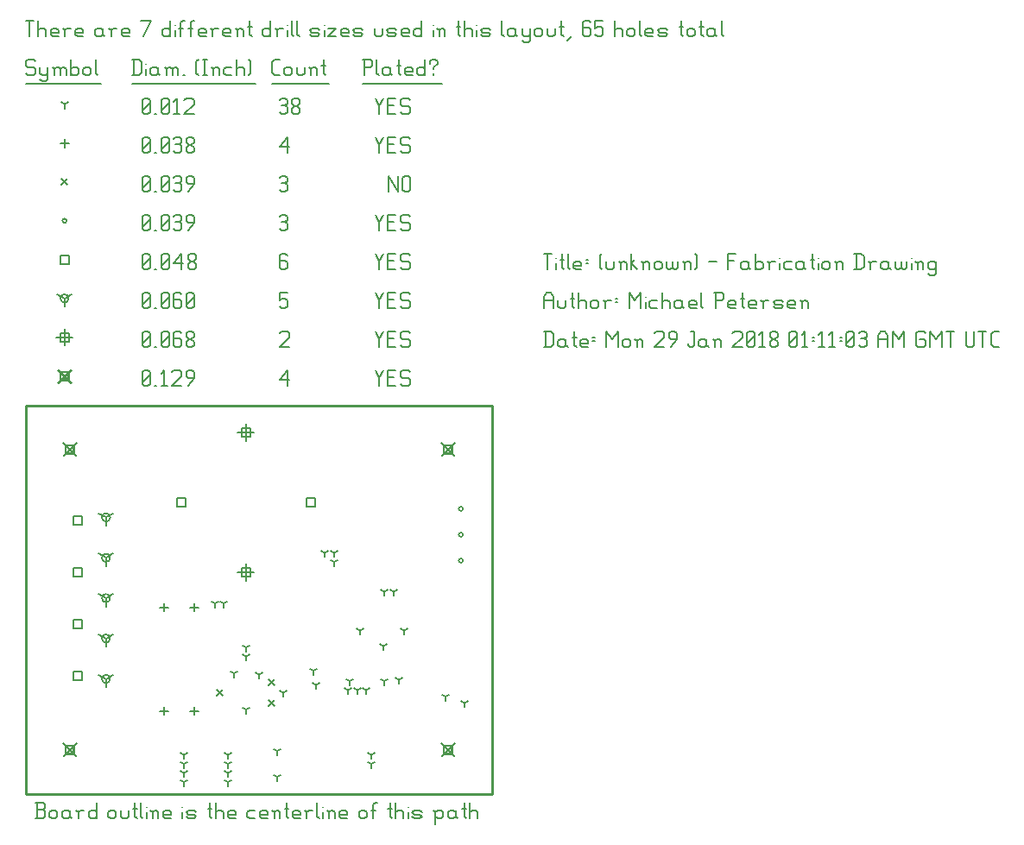
<source format=gbr>
G04 start of page 13 for group -3984 idx -3984 *
G04 Title: (unknown), fab *
G04 Creator: pcb 20140316 *
G04 CreationDate: Mon 29 Jan 2018 01:11:03 AM GMT UTC *
G04 For: railfan *
G04 Format: Gerber/RS-274X *
G04 PCB-Dimensions (mil): 1800.00 1500.00 *
G04 PCB-Coordinate-Origin: lower left *
%MOIN*%
%FSLAX25Y25*%
%LNFAB*%
%ADD99C,0.0100*%
%ADD98C,0.0075*%
%ADD97C,0.0060*%
%ADD96R,0.0080X0.0080*%
%ADD95C,0.0001*%
G54D95*G36*
X160600Y135966D02*X165966Y130600D01*
X165400Y130034D01*
X160034Y135400D01*
X160600Y135966D01*
G37*
G36*
X160034Y130600D02*X165400Y135966D01*
X165966Y135400D01*
X160600Y130034D01*
X160034Y130600D01*
G37*
G54D96*X161400Y134600D02*X164600D01*
X161400D02*Y131400D01*
X164600D01*
Y134600D02*Y131400D01*
G54D95*G36*
X14600Y19966D02*X19966Y14600D01*
X19400Y14034D01*
X14034Y19400D01*
X14600Y19966D01*
G37*
G36*
X14034Y14600D02*X19400Y19966D01*
X19966Y19400D01*
X14600Y14034D01*
X14034Y14600D01*
G37*
G54D96*X15400Y18600D02*X18600D01*
X15400D02*Y15400D01*
X18600D01*
Y18600D02*Y15400D01*
G54D95*G36*
X14600Y135966D02*X19966Y130600D01*
X19400Y130034D01*
X14034Y135400D01*
X14600Y135966D01*
G37*
G36*
X14034Y130600D02*X19400Y135966D01*
X19966Y135400D01*
X14600Y130034D01*
X14034Y130600D01*
G37*
G54D96*X15400Y134600D02*X18600D01*
X15400D02*Y131400D01*
X18600D01*
Y134600D02*Y131400D01*
G54D95*G36*
X160600Y19966D02*X165966Y14600D01*
X165400Y14034D01*
X160034Y19400D01*
X160600Y19966D01*
G37*
G36*
X160034Y14600D02*X165400Y19966D01*
X165966Y19400D01*
X160600Y14034D01*
X160034Y14600D01*
G37*
G54D96*X161400Y18600D02*X164600D01*
X161400D02*Y15400D01*
X164600D01*
Y18600D02*Y15400D01*
G54D95*G36*
X12600Y164216D02*X17966Y158850D01*
X17400Y158284D01*
X12034Y163650D01*
X12600Y164216D01*
G37*
G36*
X12034Y158850D02*X17400Y164216D01*
X17966Y163650D01*
X12600Y158284D01*
X12034Y158850D01*
G37*
G54D96*X13400Y162850D02*X16600D01*
X13400D02*Y159650D01*
X16600D01*
Y162850D02*Y159650D01*
G54D97*X135000Y163500D02*X136500Y160500D01*
X138000Y163500D01*
X136500Y160500D02*Y157500D01*
X139800Y160800D02*X142050D01*
X139800Y157500D02*X142800D01*
X139800Y163500D02*Y157500D01*
Y163500D02*X142800D01*
X147600D02*X148350Y162750D01*
X145350Y163500D02*X147600D01*
X144600Y162750D02*X145350Y163500D01*
X144600Y162750D02*Y161250D01*
X145350Y160500D01*
X147600D01*
X148350Y159750D01*
Y158250D01*
X147600Y157500D02*X148350Y158250D01*
X145350Y157500D02*X147600D01*
X144600Y158250D02*X145350Y157500D01*
X98000Y159750D02*X101000Y163500D01*
X98000Y159750D02*X101750D01*
X101000Y163500D02*Y157500D01*
X45000Y158250D02*X45750Y157500D01*
X45000Y162750D02*Y158250D01*
Y162750D02*X45750Y163500D01*
X47250D01*
X48000Y162750D01*
Y158250D01*
X47250Y157500D02*X48000Y158250D01*
X45750Y157500D02*X47250D01*
X45000Y159000D02*X48000Y162000D01*
X49800Y157500D02*X50550D01*
X52350Y162300D02*X53550Y163500D01*
Y157500D01*
X52350D02*X54600D01*
X56400Y162750D02*X57150Y163500D01*
X59400D01*
X60150Y162750D01*
Y161250D01*
X56400Y157500D02*X60150Y161250D01*
X56400Y157500D02*X60150D01*
X62700D02*X64950Y160500D01*
Y162750D02*Y160500D01*
X64200Y163500D02*X64950Y162750D01*
X62700Y163500D02*X64200D01*
X61950Y162750D02*X62700Y163500D01*
X61950Y162750D02*Y161250D01*
X62700Y160500D01*
X64950D01*
X85000Y88700D02*Y82300D01*
X81800Y85500D02*X88200D01*
X83400Y87100D02*X86600D01*
X83400D02*Y83900D01*
X86600D01*
Y87100D02*Y83900D01*
X85000Y142700D02*Y136300D01*
X81800Y139500D02*X88200D01*
X83400Y141100D02*X86600D01*
X83400D02*Y137900D01*
X86600D01*
Y141100D02*Y137900D01*
X15000Y179450D02*Y173050D01*
X11800Y176250D02*X18200D01*
X13400Y177850D02*X16600D01*
X13400D02*Y174650D01*
X16600D01*
Y177850D02*Y174650D01*
X135000Y178500D02*X136500Y175500D01*
X138000Y178500D01*
X136500Y175500D02*Y172500D01*
X139800Y175800D02*X142050D01*
X139800Y172500D02*X142800D01*
X139800Y178500D02*Y172500D01*
Y178500D02*X142800D01*
X147600D02*X148350Y177750D01*
X145350Y178500D02*X147600D01*
X144600Y177750D02*X145350Y178500D01*
X144600Y177750D02*Y176250D01*
X145350Y175500D01*
X147600D01*
X148350Y174750D01*
Y173250D01*
X147600Y172500D02*X148350Y173250D01*
X145350Y172500D02*X147600D01*
X144600Y173250D02*X145350Y172500D01*
X98000Y177750D02*X98750Y178500D01*
X101000D01*
X101750Y177750D01*
Y176250D01*
X98000Y172500D02*X101750Y176250D01*
X98000Y172500D02*X101750D01*
X45000Y173250D02*X45750Y172500D01*
X45000Y177750D02*Y173250D01*
Y177750D02*X45750Y178500D01*
X47250D01*
X48000Y177750D01*
Y173250D01*
X47250Y172500D02*X48000Y173250D01*
X45750Y172500D02*X47250D01*
X45000Y174000D02*X48000Y177000D01*
X49800Y172500D02*X50550D01*
X52350Y173250D02*X53100Y172500D01*
X52350Y177750D02*Y173250D01*
Y177750D02*X53100Y178500D01*
X54600D01*
X55350Y177750D01*
Y173250D01*
X54600Y172500D02*X55350Y173250D01*
X53100Y172500D02*X54600D01*
X52350Y174000D02*X55350Y177000D01*
X59400Y178500D02*X60150Y177750D01*
X57900Y178500D02*X59400D01*
X57150Y177750D02*X57900Y178500D01*
X57150Y177750D02*Y173250D01*
X57900Y172500D01*
X59400Y175800D02*X60150Y175050D01*
X57150Y175800D02*X59400D01*
X57900Y172500D02*X59400D01*
X60150Y173250D01*
Y175050D02*Y173250D01*
X61950D02*X62700Y172500D01*
X61950Y174450D02*Y173250D01*
Y174450D02*X63000Y175500D01*
X63900D01*
X64950Y174450D01*
Y173250D01*
X64200Y172500D02*X64950Y173250D01*
X62700Y172500D02*X64200D01*
X61950Y176550D02*X63000Y175500D01*
X61950Y177750D02*Y176550D01*
Y177750D02*X62700Y178500D01*
X64200D01*
X64950Y177750D01*
Y176550D01*
X63900Y175500D02*X64950Y176550D01*
X31000Y106700D02*Y103500D01*
Y106700D02*X33773Y108300D01*
X31000Y106700D02*X28227Y108300D01*
X29400Y106700D02*G75*G03X32600Y106700I1600J0D01*G01*
G75*G03X29400Y106700I-1600J0D01*G01*
X31000Y91100D02*Y87900D01*
Y91100D02*X33773Y92700D01*
X31000Y91100D02*X28227Y92700D01*
X29400Y91100D02*G75*G03X32600Y91100I1600J0D01*G01*
G75*G03X29400Y91100I-1600J0D01*G01*
X31000Y75500D02*Y72300D01*
Y75500D02*X33773Y77100D01*
X31000Y75500D02*X28227Y77100D01*
X29400Y75500D02*G75*G03X32600Y75500I1600J0D01*G01*
G75*G03X29400Y75500I-1600J0D01*G01*
X31000Y59900D02*Y56700D01*
Y59900D02*X33773Y61500D01*
X31000Y59900D02*X28227Y61500D01*
X29400Y59900D02*G75*G03X32600Y59900I1600J0D01*G01*
G75*G03X29400Y59900I-1600J0D01*G01*
X31000Y44300D02*Y41100D01*
Y44300D02*X33773Y45900D01*
X31000Y44300D02*X28227Y45900D01*
X29400Y44300D02*G75*G03X32600Y44300I1600J0D01*G01*
G75*G03X29400Y44300I-1600J0D01*G01*
X15000Y191250D02*Y188050D01*
Y191250D02*X17773Y192850D01*
X15000Y191250D02*X12227Y192850D01*
X13400Y191250D02*G75*G03X16600Y191250I1600J0D01*G01*
G75*G03X13400Y191250I-1600J0D01*G01*
X135000Y193500D02*X136500Y190500D01*
X138000Y193500D01*
X136500Y190500D02*Y187500D01*
X139800Y190800D02*X142050D01*
X139800Y187500D02*X142800D01*
X139800Y193500D02*Y187500D01*
Y193500D02*X142800D01*
X147600D02*X148350Y192750D01*
X145350Y193500D02*X147600D01*
X144600Y192750D02*X145350Y193500D01*
X144600Y192750D02*Y191250D01*
X145350Y190500D01*
X147600D01*
X148350Y189750D01*
Y188250D01*
X147600Y187500D02*X148350Y188250D01*
X145350Y187500D02*X147600D01*
X144600Y188250D02*X145350Y187500D01*
X98000Y193500D02*X101000D01*
X98000D02*Y190500D01*
X98750Y191250D01*
X100250D01*
X101000Y190500D01*
Y188250D01*
X100250Y187500D02*X101000Y188250D01*
X98750Y187500D02*X100250D01*
X98000Y188250D02*X98750Y187500D01*
X45000Y188250D02*X45750Y187500D01*
X45000Y192750D02*Y188250D01*
Y192750D02*X45750Y193500D01*
X47250D01*
X48000Y192750D01*
Y188250D01*
X47250Y187500D02*X48000Y188250D01*
X45750Y187500D02*X47250D01*
X45000Y189000D02*X48000Y192000D01*
X49800Y187500D02*X50550D01*
X52350Y188250D02*X53100Y187500D01*
X52350Y192750D02*Y188250D01*
Y192750D02*X53100Y193500D01*
X54600D01*
X55350Y192750D01*
Y188250D01*
X54600Y187500D02*X55350Y188250D01*
X53100Y187500D02*X54600D01*
X52350Y189000D02*X55350Y192000D01*
X59400Y193500D02*X60150Y192750D01*
X57900Y193500D02*X59400D01*
X57150Y192750D02*X57900Y193500D01*
X57150Y192750D02*Y188250D01*
X57900Y187500D01*
X59400Y190800D02*X60150Y190050D01*
X57150Y190800D02*X59400D01*
X57900Y187500D02*X59400D01*
X60150Y188250D01*
Y190050D02*Y188250D01*
X61950D02*X62700Y187500D01*
X61950Y192750D02*Y188250D01*
Y192750D02*X62700Y193500D01*
X64200D01*
X64950Y192750D01*
Y188250D01*
X64200Y187500D02*X64950Y188250D01*
X62700Y187500D02*X64200D01*
X61950Y189000D02*X64950Y192000D01*
X108400Y114100D02*X111600D01*
X108400D02*Y110900D01*
X111600D01*
Y114100D02*Y110900D01*
X58400Y114100D02*X61600D01*
X58400D02*Y110900D01*
X61600D01*
Y114100D02*Y110900D01*
X18400Y107100D02*X21600D01*
X18400D02*Y103900D01*
X21600D01*
Y107100D02*Y103900D01*
X18400Y87100D02*X21600D01*
X18400D02*Y83900D01*
X21600D01*
Y87100D02*Y83900D01*
X18400Y67100D02*X21600D01*
X18400D02*Y63900D01*
X21600D01*
Y67100D02*Y63900D01*
X18400Y47100D02*X21600D01*
X18400D02*Y43900D01*
X21600D01*
Y47100D02*Y43900D01*
X13400Y207850D02*X16600D01*
X13400D02*Y204650D01*
X16600D01*
Y207850D02*Y204650D01*
X135000Y208500D02*X136500Y205500D01*
X138000Y208500D01*
X136500Y205500D02*Y202500D01*
X139800Y205800D02*X142050D01*
X139800Y202500D02*X142800D01*
X139800Y208500D02*Y202500D01*
Y208500D02*X142800D01*
X147600D02*X148350Y207750D01*
X145350Y208500D02*X147600D01*
X144600Y207750D02*X145350Y208500D01*
X144600Y207750D02*Y206250D01*
X145350Y205500D01*
X147600D01*
X148350Y204750D01*
Y203250D01*
X147600Y202500D02*X148350Y203250D01*
X145350Y202500D02*X147600D01*
X144600Y203250D02*X145350Y202500D01*
X100250Y208500D02*X101000Y207750D01*
X98750Y208500D02*X100250D01*
X98000Y207750D02*X98750Y208500D01*
X98000Y207750D02*Y203250D01*
X98750Y202500D01*
X100250Y205800D02*X101000Y205050D01*
X98000Y205800D02*X100250D01*
X98750Y202500D02*X100250D01*
X101000Y203250D01*
Y205050D02*Y203250D01*
X45000D02*X45750Y202500D01*
X45000Y207750D02*Y203250D01*
Y207750D02*X45750Y208500D01*
X47250D01*
X48000Y207750D01*
Y203250D01*
X47250Y202500D02*X48000Y203250D01*
X45750Y202500D02*X47250D01*
X45000Y204000D02*X48000Y207000D01*
X49800Y202500D02*X50550D01*
X52350Y203250D02*X53100Y202500D01*
X52350Y207750D02*Y203250D01*
Y207750D02*X53100Y208500D01*
X54600D01*
X55350Y207750D01*
Y203250D01*
X54600Y202500D02*X55350Y203250D01*
X53100Y202500D02*X54600D01*
X52350Y204000D02*X55350Y207000D01*
X57150Y204750D02*X60150Y208500D01*
X57150Y204750D02*X60900D01*
X60150Y208500D02*Y202500D01*
X62700Y203250D02*X63450Y202500D01*
X62700Y204450D02*Y203250D01*
Y204450D02*X63750Y205500D01*
X64650D01*
X65700Y204450D01*
Y203250D01*
X64950Y202500D02*X65700Y203250D01*
X63450Y202500D02*X64950D01*
X62700Y206550D02*X63750Y205500D01*
X62700Y207750D02*Y206550D01*
Y207750D02*X63450Y208500D01*
X64950D01*
X65700Y207750D01*
Y206550D01*
X64650Y205500D02*X65700Y206550D01*
X167200Y90000D02*G75*G03X168800Y90000I800J0D01*G01*
G75*G03X167200Y90000I-800J0D01*G01*
Y100000D02*G75*G03X168800Y100000I800J0D01*G01*
G75*G03X167200Y100000I-800J0D01*G01*
Y110000D02*G75*G03X168800Y110000I800J0D01*G01*
G75*G03X167200Y110000I-800J0D01*G01*
X73800Y40200D02*X76200Y37800D01*
X73800D02*X76200Y40200D01*
X93800Y44200D02*X96200Y41800D01*
X93800D02*X96200Y44200D01*
X93800Y36200D02*X96200Y33800D01*
X93800D02*X96200Y36200D01*
X14200Y221250D02*G75*G03X15800Y221250I800J0D01*G01*
G75*G03X14200Y221250I-800J0D01*G01*
X135000Y223500D02*X136500Y220500D01*
X138000Y223500D01*
X136500Y220500D02*Y217500D01*
X139800Y220800D02*X142050D01*
X139800Y217500D02*X142800D01*
X139800Y223500D02*Y217500D01*
Y223500D02*X142800D01*
X147600D02*X148350Y222750D01*
X145350Y223500D02*X147600D01*
X144600Y222750D02*X145350Y223500D01*
X144600Y222750D02*Y221250D01*
X145350Y220500D01*
X147600D01*
X148350Y219750D01*
Y218250D01*
X147600Y217500D02*X148350Y218250D01*
X145350Y217500D02*X147600D01*
X144600Y218250D02*X145350Y217500D01*
X98000Y222750D02*X98750Y223500D01*
X100250D01*
X101000Y222750D01*
X100250Y217500D02*X101000Y218250D01*
X98750Y217500D02*X100250D01*
X98000Y218250D02*X98750Y217500D01*
Y220800D02*X100250D01*
X101000Y222750D02*Y221550D01*
Y220050D02*Y218250D01*
Y220050D02*X100250Y220800D01*
X101000Y221550D02*X100250Y220800D01*
X13800Y237450D02*X16200Y235050D01*
X13800D02*X16200Y237450D01*
X140000Y238500D02*Y232500D01*
Y238500D02*X143750Y232500D01*
Y238500D02*Y232500D01*
X145550Y237750D02*Y233250D01*
Y237750D02*X146300Y238500D01*
X147800D01*
X148550Y237750D01*
Y233250D01*
X147800Y232500D02*X148550Y233250D01*
X146300Y232500D02*X147800D01*
X145550Y233250D02*X146300Y232500D01*
X98000Y237750D02*X98750Y238500D01*
X100250D01*
X101000Y237750D01*
X100250Y232500D02*X101000Y233250D01*
X98750Y232500D02*X100250D01*
X98000Y233250D02*X98750Y232500D01*
Y235800D02*X100250D01*
X101000Y237750D02*Y236550D01*
Y235050D02*Y233250D01*
Y235050D02*X100250Y235800D01*
X101000Y236550D02*X100250Y235800D01*
X45000Y233250D02*X45750Y232500D01*
X45000Y237750D02*Y233250D01*
Y237750D02*X45750Y238500D01*
X47250D01*
X48000Y237750D01*
Y233250D01*
X47250Y232500D02*X48000Y233250D01*
X45750Y232500D02*X47250D01*
X45000Y234000D02*X48000Y237000D01*
X49800Y232500D02*X50550D01*
X52350Y233250D02*X53100Y232500D01*
X52350Y237750D02*Y233250D01*
Y237750D02*X53100Y238500D01*
X54600D01*
X55350Y237750D01*
Y233250D01*
X54600Y232500D02*X55350Y233250D01*
X53100Y232500D02*X54600D01*
X52350Y234000D02*X55350Y237000D01*
X57150Y237750D02*X57900Y238500D01*
X59400D01*
X60150Y237750D01*
X59400Y232500D02*X60150Y233250D01*
X57900Y232500D02*X59400D01*
X57150Y233250D02*X57900Y232500D01*
Y235800D02*X59400D01*
X60150Y237750D02*Y236550D01*
Y235050D02*Y233250D01*
Y235050D02*X59400Y235800D01*
X60150Y236550D02*X59400Y235800D01*
X62700Y232500D02*X64950Y235500D01*
Y237750D02*Y235500D01*
X64200Y238500D02*X64950Y237750D01*
X62700Y238500D02*X64200D01*
X61950Y237750D02*X62700Y238500D01*
X61950Y237750D02*Y236250D01*
X62700Y235500D01*
X64950D01*
X45000Y218250D02*X45750Y217500D01*
X45000Y222750D02*Y218250D01*
Y222750D02*X45750Y223500D01*
X47250D01*
X48000Y222750D01*
Y218250D01*
X47250Y217500D02*X48000Y218250D01*
X45750Y217500D02*X47250D01*
X45000Y219000D02*X48000Y222000D01*
X49800Y217500D02*X50550D01*
X52350Y218250D02*X53100Y217500D01*
X52350Y222750D02*Y218250D01*
Y222750D02*X53100Y223500D01*
X54600D01*
X55350Y222750D01*
Y218250D01*
X54600Y217500D02*X55350Y218250D01*
X53100Y217500D02*X54600D01*
X52350Y219000D02*X55350Y222000D01*
X57150Y222750D02*X57900Y223500D01*
X59400D01*
X60150Y222750D01*
X59400Y217500D02*X60150Y218250D01*
X57900Y217500D02*X59400D01*
X57150Y218250D02*X57900Y217500D01*
Y220800D02*X59400D01*
X60150Y222750D02*Y221550D01*
Y220050D02*Y218250D01*
Y220050D02*X59400Y220800D01*
X60150Y221550D02*X59400Y220800D01*
X62700Y217500D02*X64950Y220500D01*
Y222750D02*Y220500D01*
X64200Y223500D02*X64950Y222750D01*
X62700Y223500D02*X64200D01*
X61950Y222750D02*X62700Y223500D01*
X61950Y222750D02*Y221250D01*
X62700Y220500D01*
X64950D01*
X53500Y73600D02*Y70400D01*
X51900Y72000D02*X55100D01*
X53500Y33600D02*Y30400D01*
X51900Y32000D02*X55100D01*
X65000Y73600D02*Y70400D01*
X63400Y72000D02*X66600D01*
X65000Y33600D02*Y30400D01*
X63400Y32000D02*X66600D01*
X15000Y252850D02*Y249650D01*
X13400Y251250D02*X16600D01*
X135000Y253500D02*X136500Y250500D01*
X138000Y253500D01*
X136500Y250500D02*Y247500D01*
X139800Y250800D02*X142050D01*
X139800Y247500D02*X142800D01*
X139800Y253500D02*Y247500D01*
Y253500D02*X142800D01*
X147600D02*X148350Y252750D01*
X145350Y253500D02*X147600D01*
X144600Y252750D02*X145350Y253500D01*
X144600Y252750D02*Y251250D01*
X145350Y250500D01*
X147600D01*
X148350Y249750D01*
Y248250D01*
X147600Y247500D02*X148350Y248250D01*
X145350Y247500D02*X147600D01*
X144600Y248250D02*X145350Y247500D01*
X98000Y249750D02*X101000Y253500D01*
X98000Y249750D02*X101750D01*
X101000Y253500D02*Y247500D01*
X45000Y248250D02*X45750Y247500D01*
X45000Y252750D02*Y248250D01*
Y252750D02*X45750Y253500D01*
X47250D01*
X48000Y252750D01*
Y248250D01*
X47250Y247500D02*X48000Y248250D01*
X45750Y247500D02*X47250D01*
X45000Y249000D02*X48000Y252000D01*
X49800Y247500D02*X50550D01*
X52350Y248250D02*X53100Y247500D01*
X52350Y252750D02*Y248250D01*
Y252750D02*X53100Y253500D01*
X54600D01*
X55350Y252750D01*
Y248250D01*
X54600Y247500D02*X55350Y248250D01*
X53100Y247500D02*X54600D01*
X52350Y249000D02*X55350Y252000D01*
X57150Y252750D02*X57900Y253500D01*
X59400D01*
X60150Y252750D01*
X59400Y247500D02*X60150Y248250D01*
X57900Y247500D02*X59400D01*
X57150Y248250D02*X57900Y247500D01*
Y250800D02*X59400D01*
X60150Y252750D02*Y251550D01*
Y250050D02*Y248250D01*
Y250050D02*X59400Y250800D01*
X60150Y251550D02*X59400Y250800D01*
X61950Y248250D02*X62700Y247500D01*
X61950Y249450D02*Y248250D01*
Y249450D02*X63000Y250500D01*
X63900D01*
X64950Y249450D01*
Y248250D01*
X64200Y247500D02*X64950Y248250D01*
X62700Y247500D02*X64200D01*
X61950Y251550D02*X63000Y250500D01*
X61950Y252750D02*Y251550D01*
Y252750D02*X62700Y253500D01*
X64200D01*
X64950Y252750D01*
Y251550D01*
X63900Y250500D02*X64950Y251550D01*
X61000Y4500D02*Y2900D01*
Y4500D02*X62387Y5300D01*
X61000Y4500D02*X59613Y5300D01*
X61000Y8000D02*Y6400D01*
Y8000D02*X62387Y8800D01*
X61000Y8000D02*X59613Y8800D01*
X61000Y11500D02*Y9900D01*
Y11500D02*X62387Y12300D01*
X61000Y11500D02*X59613Y12300D01*
X61000Y15000D02*Y13400D01*
Y15000D02*X62387Y15800D01*
X61000Y15000D02*X59613Y15800D01*
X78000Y4500D02*Y2900D01*
Y4500D02*X79387Y5300D01*
X78000Y4500D02*X76613Y5300D01*
X78000Y8000D02*Y6400D01*
Y8000D02*X79387Y8800D01*
X78000Y8000D02*X76613Y8800D01*
X78000Y11500D02*Y9900D01*
Y11500D02*X79387Y12300D01*
X78000Y11500D02*X76613Y12300D01*
X78000Y15000D02*Y13400D01*
Y15000D02*X79387Y15800D01*
X78000Y15000D02*X76613Y15800D01*
X73000Y73500D02*Y71900D01*
Y73500D02*X74387Y74300D01*
X73000Y73500D02*X71613Y74300D01*
X76500Y73500D02*Y71900D01*
Y73500D02*X77887Y74300D01*
X76500Y73500D02*X75113Y74300D01*
X85000Y56500D02*Y54900D01*
Y56500D02*X86387Y57300D01*
X85000Y56500D02*X83613Y57300D01*
X85000Y53000D02*Y51400D01*
Y53000D02*X86387Y53800D01*
X85000Y53000D02*X83613Y53800D01*
X119000Y89500D02*Y87900D01*
Y89500D02*X120387Y90300D01*
X119000Y89500D02*X117613Y90300D01*
X119000Y93000D02*Y91400D01*
Y93000D02*X120387Y93800D01*
X119000Y93000D02*X117613Y93800D01*
X115500Y93000D02*Y91400D01*
Y93000D02*X116887Y93800D01*
X115500Y93000D02*X114113Y93800D01*
X142000Y78000D02*Y76400D01*
Y78000D02*X143387Y78800D01*
X142000Y78000D02*X140613Y78800D01*
X138500Y78000D02*Y76400D01*
Y78000D02*X139887Y78800D01*
X138500Y78000D02*X137113Y78800D01*
X129000Y63000D02*Y61400D01*
Y63000D02*X130387Y63800D01*
X129000Y63000D02*X127613Y63800D01*
X146000Y63000D02*Y61400D01*
Y63000D02*X147387Y63800D01*
X146000Y63000D02*X144613Y63800D01*
X144000Y44000D02*Y42400D01*
Y44000D02*X145387Y44800D01*
X144000Y44000D02*X142613Y44800D01*
X90000Y46000D02*Y44400D01*
Y46000D02*X91387Y46800D01*
X90000Y46000D02*X88613Y46800D01*
X80500Y46500D02*Y44900D01*
Y46500D02*X81887Y47300D01*
X80500Y46500D02*X79113Y47300D01*
X85000Y32500D02*Y30900D01*
Y32500D02*X86387Y33300D01*
X85000Y32500D02*X83613Y33300D01*
X128000Y40000D02*Y38400D01*
Y40000D02*X129387Y40800D01*
X128000Y40000D02*X126613Y40800D01*
X131450Y39950D02*Y38350D01*
Y39950D02*X132837Y40750D01*
X131450Y39950D02*X130063Y40750D01*
X97000Y16500D02*Y14900D01*
Y16500D02*X98387Y17300D01*
X97000Y16500D02*X95613Y17300D01*
X97000Y6500D02*Y4900D01*
Y6500D02*X98387Y7300D01*
X97000Y6500D02*X95613Y7300D01*
X169500Y35000D02*Y33400D01*
Y35000D02*X170887Y35800D01*
X169500Y35000D02*X168113Y35800D01*
X162000Y37500D02*Y35900D01*
Y37500D02*X163387Y38300D01*
X162000Y37500D02*X160613Y38300D01*
X133500Y11500D02*Y9900D01*
Y11500D02*X134887Y12300D01*
X133500Y11500D02*X132113Y12300D01*
X133500Y15000D02*Y13400D01*
Y15000D02*X134887Y15800D01*
X133500Y15000D02*X132113Y15800D01*
X125000Y43500D02*Y41900D01*
Y43500D02*X126387Y44300D01*
X125000Y43500D02*X123613Y44300D01*
X138000Y57000D02*Y55400D01*
Y57000D02*X139387Y57800D01*
X138000Y57000D02*X136613Y57800D01*
X138500Y43500D02*Y41900D01*
Y43500D02*X139887Y44300D01*
X138500Y43500D02*X137113Y44300D01*
X124500Y40000D02*Y38400D01*
Y40000D02*X125887Y40800D01*
X124500Y40000D02*X123113Y40800D01*
X99500Y39000D02*Y37400D01*
Y39000D02*X100887Y39800D01*
X99500Y39000D02*X98113Y39800D01*
X112000Y42000D02*Y40400D01*
Y42000D02*X113387Y42800D01*
X112000Y42000D02*X110613Y42800D01*
X111000Y47500D02*Y45900D01*
Y47500D02*X112387Y48300D01*
X111000Y47500D02*X109613Y48300D01*
X15000Y266250D02*Y264650D01*
Y266250D02*X16387Y267050D01*
X15000Y266250D02*X13613Y267050D01*
X135000Y268500D02*X136500Y265500D01*
X138000Y268500D01*
X136500Y265500D02*Y262500D01*
X139800Y265800D02*X142050D01*
X139800Y262500D02*X142800D01*
X139800Y268500D02*Y262500D01*
Y268500D02*X142800D01*
X147600D02*X148350Y267750D01*
X145350Y268500D02*X147600D01*
X144600Y267750D02*X145350Y268500D01*
X144600Y267750D02*Y266250D01*
X145350Y265500D01*
X147600D01*
X148350Y264750D01*
Y263250D01*
X147600Y262500D02*X148350Y263250D01*
X145350Y262500D02*X147600D01*
X144600Y263250D02*X145350Y262500D01*
X98000Y267750D02*X98750Y268500D01*
X100250D01*
X101000Y267750D01*
X100250Y262500D02*X101000Y263250D01*
X98750Y262500D02*X100250D01*
X98000Y263250D02*X98750Y262500D01*
Y265800D02*X100250D01*
X101000Y267750D02*Y266550D01*
Y265050D02*Y263250D01*
Y265050D02*X100250Y265800D01*
X101000Y266550D02*X100250Y265800D01*
X102800Y263250D02*X103550Y262500D01*
X102800Y264450D02*Y263250D01*
Y264450D02*X103850Y265500D01*
X104750D01*
X105800Y264450D01*
Y263250D01*
X105050Y262500D02*X105800Y263250D01*
X103550Y262500D02*X105050D01*
X102800Y266550D02*X103850Y265500D01*
X102800Y267750D02*Y266550D01*
Y267750D02*X103550Y268500D01*
X105050D01*
X105800Y267750D01*
Y266550D01*
X104750Y265500D02*X105800Y266550D01*
X45000Y263250D02*X45750Y262500D01*
X45000Y267750D02*Y263250D01*
Y267750D02*X45750Y268500D01*
X47250D01*
X48000Y267750D01*
Y263250D01*
X47250Y262500D02*X48000Y263250D01*
X45750Y262500D02*X47250D01*
X45000Y264000D02*X48000Y267000D01*
X49800Y262500D02*X50550D01*
X52350Y263250D02*X53100Y262500D01*
X52350Y267750D02*Y263250D01*
Y267750D02*X53100Y268500D01*
X54600D01*
X55350Y267750D01*
Y263250D01*
X54600Y262500D02*X55350Y263250D01*
X53100Y262500D02*X54600D01*
X52350Y264000D02*X55350Y267000D01*
X57150Y267300D02*X58350Y268500D01*
Y262500D01*
X57150D02*X59400D01*
X61200Y267750D02*X61950Y268500D01*
X64200D01*
X64950Y267750D01*
Y266250D01*
X61200Y262500D02*X64950Y266250D01*
X61200Y262500D02*X64950D01*
X3000Y283500D02*X3750Y282750D01*
X750Y283500D02*X3000D01*
X0Y282750D02*X750Y283500D01*
X0Y282750D02*Y281250D01*
X750Y280500D01*
X3000D01*
X3750Y279750D01*
Y278250D01*
X3000Y277500D02*X3750Y278250D01*
X750Y277500D02*X3000D01*
X0Y278250D02*X750Y277500D01*
X5550Y280500D02*Y278250D01*
X6300Y277500D01*
X8550Y280500D02*Y276000D01*
X7800Y275250D02*X8550Y276000D01*
X6300Y275250D02*X7800D01*
X5550Y276000D02*X6300Y275250D01*
Y277500D02*X7800D01*
X8550Y278250D01*
X11100Y279750D02*Y277500D01*
Y279750D02*X11850Y280500D01*
X12600D01*
X13350Y279750D01*
Y277500D01*
Y279750D02*X14100Y280500D01*
X14850D01*
X15600Y279750D01*
Y277500D01*
X10350Y280500D02*X11100Y279750D01*
X17400Y283500D02*Y277500D01*
Y278250D02*X18150Y277500D01*
X19650D01*
X20400Y278250D01*
Y279750D02*Y278250D01*
X19650Y280500D02*X20400Y279750D01*
X18150Y280500D02*X19650D01*
X17400Y279750D02*X18150Y280500D01*
X22200Y279750D02*Y278250D01*
Y279750D02*X22950Y280500D01*
X24450D01*
X25200Y279750D01*
Y278250D01*
X24450Y277500D02*X25200Y278250D01*
X22950Y277500D02*X24450D01*
X22200Y278250D02*X22950Y277500D01*
X27000Y283500D02*Y278250D01*
X27750Y277500D01*
X0Y274250D02*X29250D01*
X41750Y283500D02*Y277500D01*
X43700Y283500D02*X44750Y282450D01*
Y278550D01*
X43700Y277500D02*X44750Y278550D01*
X41000Y277500D02*X43700D01*
X41000Y283500D02*X43700D01*
G54D98*X46550Y282000D02*Y281850D01*
G54D97*Y279750D02*Y277500D01*
X50300Y280500D02*X51050Y279750D01*
X48800Y280500D02*X50300D01*
X48050Y279750D02*X48800Y280500D01*
X48050Y279750D02*Y278250D01*
X48800Y277500D01*
X51050Y280500D02*Y278250D01*
X51800Y277500D01*
X48800D02*X50300D01*
X51050Y278250D01*
X54350Y279750D02*Y277500D01*
Y279750D02*X55100Y280500D01*
X55850D01*
X56600Y279750D01*
Y277500D01*
Y279750D02*X57350Y280500D01*
X58100D01*
X58850Y279750D01*
Y277500D01*
X53600Y280500D02*X54350Y279750D01*
X60650Y277500D02*X61400D01*
X65900Y278250D02*X66650Y277500D01*
X65900Y282750D02*X66650Y283500D01*
X65900Y282750D02*Y278250D01*
X68450Y283500D02*X69950D01*
X69200D02*Y277500D01*
X68450D02*X69950D01*
X72500Y279750D02*Y277500D01*
Y279750D02*X73250Y280500D01*
X74000D01*
X74750Y279750D01*
Y277500D01*
X71750Y280500D02*X72500Y279750D01*
X77300Y280500D02*X79550D01*
X76550Y279750D02*X77300Y280500D01*
X76550Y279750D02*Y278250D01*
X77300Y277500D01*
X79550D01*
X81350Y283500D02*Y277500D01*
Y279750D02*X82100Y280500D01*
X83600D01*
X84350Y279750D01*
Y277500D01*
X86150Y283500D02*X86900Y282750D01*
Y278250D01*
X86150Y277500D02*X86900Y278250D01*
X41000Y274250D02*X88700D01*
X96050Y277500D02*X98000D01*
X95000Y278550D02*X96050Y277500D01*
X95000Y282450D02*Y278550D01*
Y282450D02*X96050Y283500D01*
X98000D01*
X99800Y279750D02*Y278250D01*
Y279750D02*X100550Y280500D01*
X102050D01*
X102800Y279750D01*
Y278250D01*
X102050Y277500D02*X102800Y278250D01*
X100550Y277500D02*X102050D01*
X99800Y278250D02*X100550Y277500D01*
X104600Y280500D02*Y278250D01*
X105350Y277500D01*
X106850D01*
X107600Y278250D01*
Y280500D02*Y278250D01*
X110150Y279750D02*Y277500D01*
Y279750D02*X110900Y280500D01*
X111650D01*
X112400Y279750D01*
Y277500D01*
X109400Y280500D02*X110150Y279750D01*
X114950Y283500D02*Y278250D01*
X115700Y277500D01*
X114200Y281250D02*X115700D01*
X95000Y274250D02*X117200D01*
X130750Y283500D02*Y277500D01*
X130000Y283500D02*X133000D01*
X133750Y282750D01*
Y281250D01*
X133000Y280500D02*X133750Y281250D01*
X130750Y280500D02*X133000D01*
X135550Y283500D02*Y278250D01*
X136300Y277500D01*
X140050Y280500D02*X140800Y279750D01*
X138550Y280500D02*X140050D01*
X137800Y279750D02*X138550Y280500D01*
X137800Y279750D02*Y278250D01*
X138550Y277500D01*
X140800Y280500D02*Y278250D01*
X141550Y277500D01*
X138550D02*X140050D01*
X140800Y278250D01*
X144100Y283500D02*Y278250D01*
X144850Y277500D01*
X143350Y281250D02*X144850D01*
X147100Y277500D02*X149350D01*
X146350Y278250D02*X147100Y277500D01*
X146350Y279750D02*Y278250D01*
Y279750D02*X147100Y280500D01*
X148600D01*
X149350Y279750D01*
X146350Y279000D02*X149350D01*
Y279750D02*Y279000D01*
X154150Y283500D02*Y277500D01*
X153400D02*X154150Y278250D01*
X151900Y277500D02*X153400D01*
X151150Y278250D02*X151900Y277500D01*
X151150Y279750D02*Y278250D01*
Y279750D02*X151900Y280500D01*
X153400D01*
X154150Y279750D01*
X157450Y280500D02*Y279750D01*
Y278250D02*Y277500D01*
X155950Y282750D02*Y282000D01*
Y282750D02*X156700Y283500D01*
X158200D01*
X158950Y282750D01*
Y282000D01*
X157450Y280500D02*X158950Y282000D01*
X130000Y274250D02*X160750D01*
X0Y298500D02*X3000D01*
X1500D02*Y292500D01*
X4800Y298500D02*Y292500D01*
Y294750D02*X5550Y295500D01*
X7050D01*
X7800Y294750D01*
Y292500D01*
X10350D02*X12600D01*
X9600Y293250D02*X10350Y292500D01*
X9600Y294750D02*Y293250D01*
Y294750D02*X10350Y295500D01*
X11850D01*
X12600Y294750D01*
X9600Y294000D02*X12600D01*
Y294750D02*Y294000D01*
X15150Y294750D02*Y292500D01*
Y294750D02*X15900Y295500D01*
X17400D01*
X14400D02*X15150Y294750D01*
X19950Y292500D02*X22200D01*
X19200Y293250D02*X19950Y292500D01*
X19200Y294750D02*Y293250D01*
Y294750D02*X19950Y295500D01*
X21450D01*
X22200Y294750D01*
X19200Y294000D02*X22200D01*
Y294750D02*Y294000D01*
X28950Y295500D02*X29700Y294750D01*
X27450Y295500D02*X28950D01*
X26700Y294750D02*X27450Y295500D01*
X26700Y294750D02*Y293250D01*
X27450Y292500D01*
X29700Y295500D02*Y293250D01*
X30450Y292500D01*
X27450D02*X28950D01*
X29700Y293250D01*
X33000Y294750D02*Y292500D01*
Y294750D02*X33750Y295500D01*
X35250D01*
X32250D02*X33000Y294750D01*
X37800Y292500D02*X40050D01*
X37050Y293250D02*X37800Y292500D01*
X37050Y294750D02*Y293250D01*
Y294750D02*X37800Y295500D01*
X39300D01*
X40050Y294750D01*
X37050Y294000D02*X40050D01*
Y294750D02*Y294000D01*
X45300Y292500D02*X48300Y298500D01*
X44550D02*X48300D01*
X55800D02*Y292500D01*
X55050D02*X55800Y293250D01*
X53550Y292500D02*X55050D01*
X52800Y293250D02*X53550Y292500D01*
X52800Y294750D02*Y293250D01*
Y294750D02*X53550Y295500D01*
X55050D01*
X55800Y294750D01*
G54D98*X57600Y297000D02*Y296850D01*
G54D97*Y294750D02*Y292500D01*
X59850Y297750D02*Y292500D01*
Y297750D02*X60600Y298500D01*
X61350D01*
X59100Y295500D02*X60600D01*
X63600Y297750D02*Y292500D01*
Y297750D02*X64350Y298500D01*
X65100D01*
X62850Y295500D02*X64350D01*
X67350Y292500D02*X69600D01*
X66600Y293250D02*X67350Y292500D01*
X66600Y294750D02*Y293250D01*
Y294750D02*X67350Y295500D01*
X68850D01*
X69600Y294750D01*
X66600Y294000D02*X69600D01*
Y294750D02*Y294000D01*
X72150Y294750D02*Y292500D01*
Y294750D02*X72900Y295500D01*
X74400D01*
X71400D02*X72150Y294750D01*
X76950Y292500D02*X79200D01*
X76200Y293250D02*X76950Y292500D01*
X76200Y294750D02*Y293250D01*
Y294750D02*X76950Y295500D01*
X78450D01*
X79200Y294750D01*
X76200Y294000D02*X79200D01*
Y294750D02*Y294000D01*
X81750Y294750D02*Y292500D01*
Y294750D02*X82500Y295500D01*
X83250D01*
X84000Y294750D01*
Y292500D01*
X81000Y295500D02*X81750Y294750D01*
X86550Y298500D02*Y293250D01*
X87300Y292500D01*
X85800Y296250D02*X87300D01*
X94500Y298500D02*Y292500D01*
X93750D02*X94500Y293250D01*
X92250Y292500D02*X93750D01*
X91500Y293250D02*X92250Y292500D01*
X91500Y294750D02*Y293250D01*
Y294750D02*X92250Y295500D01*
X93750D01*
X94500Y294750D01*
X97050D02*Y292500D01*
Y294750D02*X97800Y295500D01*
X99300D01*
X96300D02*X97050Y294750D01*
G54D98*X101100Y297000D02*Y296850D01*
G54D97*Y294750D02*Y292500D01*
X102600Y298500D02*Y293250D01*
X103350Y292500D01*
X104850Y298500D02*Y293250D01*
X105600Y292500D01*
X110550D02*X112800D01*
X113550Y293250D01*
X112800Y294000D02*X113550Y293250D01*
X110550Y294000D02*X112800D01*
X109800Y294750D02*X110550Y294000D01*
X109800Y294750D02*X110550Y295500D01*
X112800D01*
X113550Y294750D01*
X109800Y293250D02*X110550Y292500D01*
G54D98*X115350Y297000D02*Y296850D01*
G54D97*Y294750D02*Y292500D01*
X116850Y295500D02*X119850D01*
X116850Y292500D02*X119850Y295500D01*
X116850Y292500D02*X119850D01*
X122400D02*X124650D01*
X121650Y293250D02*X122400Y292500D01*
X121650Y294750D02*Y293250D01*
Y294750D02*X122400Y295500D01*
X123900D01*
X124650Y294750D01*
X121650Y294000D02*X124650D01*
Y294750D02*Y294000D01*
X127200Y292500D02*X129450D01*
X130200Y293250D01*
X129450Y294000D02*X130200Y293250D01*
X127200Y294000D02*X129450D01*
X126450Y294750D02*X127200Y294000D01*
X126450Y294750D02*X127200Y295500D01*
X129450D01*
X130200Y294750D01*
X126450Y293250D02*X127200Y292500D01*
X134700Y295500D02*Y293250D01*
X135450Y292500D01*
X136950D01*
X137700Y293250D01*
Y295500D02*Y293250D01*
X140250Y292500D02*X142500D01*
X143250Y293250D01*
X142500Y294000D02*X143250Y293250D01*
X140250Y294000D02*X142500D01*
X139500Y294750D02*X140250Y294000D01*
X139500Y294750D02*X140250Y295500D01*
X142500D01*
X143250Y294750D01*
X139500Y293250D02*X140250Y292500D01*
X145800D02*X148050D01*
X145050Y293250D02*X145800Y292500D01*
X145050Y294750D02*Y293250D01*
Y294750D02*X145800Y295500D01*
X147300D01*
X148050Y294750D01*
X145050Y294000D02*X148050D01*
Y294750D02*Y294000D01*
X152850Y298500D02*Y292500D01*
X152100D02*X152850Y293250D01*
X150600Y292500D02*X152100D01*
X149850Y293250D02*X150600Y292500D01*
X149850Y294750D02*Y293250D01*
Y294750D02*X150600Y295500D01*
X152100D01*
X152850Y294750D01*
G54D98*X157350Y297000D02*Y296850D01*
G54D97*Y294750D02*Y292500D01*
X159600Y294750D02*Y292500D01*
Y294750D02*X160350Y295500D01*
X161100D01*
X161850Y294750D01*
Y292500D01*
X158850Y295500D02*X159600Y294750D01*
X167100Y298500D02*Y293250D01*
X167850Y292500D01*
X166350Y296250D02*X167850D01*
X169350Y298500D02*Y292500D01*
Y294750D02*X170100Y295500D01*
X171600D01*
X172350Y294750D01*
Y292500D01*
G54D98*X174150Y297000D02*Y296850D01*
G54D97*Y294750D02*Y292500D01*
X176400D02*X178650D01*
X179400Y293250D01*
X178650Y294000D02*X179400Y293250D01*
X176400Y294000D02*X178650D01*
X175650Y294750D02*X176400Y294000D01*
X175650Y294750D02*X176400Y295500D01*
X178650D01*
X179400Y294750D01*
X175650Y293250D02*X176400Y292500D01*
X183900Y298500D02*Y293250D01*
X184650Y292500D01*
X188400Y295500D02*X189150Y294750D01*
X186900Y295500D02*X188400D01*
X186150Y294750D02*X186900Y295500D01*
X186150Y294750D02*Y293250D01*
X186900Y292500D01*
X189150Y295500D02*Y293250D01*
X189900Y292500D01*
X186900D02*X188400D01*
X189150Y293250D01*
X191700Y295500D02*Y293250D01*
X192450Y292500D01*
X194700Y295500D02*Y291000D01*
X193950Y290250D02*X194700Y291000D01*
X192450Y290250D02*X193950D01*
X191700Y291000D02*X192450Y290250D01*
Y292500D02*X193950D01*
X194700Y293250D01*
X196500Y294750D02*Y293250D01*
Y294750D02*X197250Y295500D01*
X198750D01*
X199500Y294750D01*
Y293250D01*
X198750Y292500D02*X199500Y293250D01*
X197250Y292500D02*X198750D01*
X196500Y293250D02*X197250Y292500D01*
X201300Y295500D02*Y293250D01*
X202050Y292500D01*
X203550D01*
X204300Y293250D01*
Y295500D02*Y293250D01*
X206850Y298500D02*Y293250D01*
X207600Y292500D01*
X206100Y296250D02*X207600D01*
X209100Y291000D02*X210600Y292500D01*
X217350Y298500D02*X218100Y297750D01*
X215850Y298500D02*X217350D01*
X215100Y297750D02*X215850Y298500D01*
X215100Y297750D02*Y293250D01*
X215850Y292500D01*
X217350Y295800D02*X218100Y295050D01*
X215100Y295800D02*X217350D01*
X215850Y292500D02*X217350D01*
X218100Y293250D01*
Y295050D02*Y293250D01*
X219900Y298500D02*X222900D01*
X219900D02*Y295500D01*
X220650Y296250D01*
X222150D01*
X222900Y295500D01*
Y293250D01*
X222150Y292500D02*X222900Y293250D01*
X220650Y292500D02*X222150D01*
X219900Y293250D02*X220650Y292500D01*
X227400Y298500D02*Y292500D01*
Y294750D02*X228150Y295500D01*
X229650D01*
X230400Y294750D01*
Y292500D01*
X232200Y294750D02*Y293250D01*
Y294750D02*X232950Y295500D01*
X234450D01*
X235200Y294750D01*
Y293250D01*
X234450Y292500D02*X235200Y293250D01*
X232950Y292500D02*X234450D01*
X232200Y293250D02*X232950Y292500D01*
X237000Y298500D02*Y293250D01*
X237750Y292500D01*
X240000D02*X242250D01*
X239250Y293250D02*X240000Y292500D01*
X239250Y294750D02*Y293250D01*
Y294750D02*X240000Y295500D01*
X241500D01*
X242250Y294750D01*
X239250Y294000D02*X242250D01*
Y294750D02*Y294000D01*
X244800Y292500D02*X247050D01*
X247800Y293250D01*
X247050Y294000D02*X247800Y293250D01*
X244800Y294000D02*X247050D01*
X244050Y294750D02*X244800Y294000D01*
X244050Y294750D02*X244800Y295500D01*
X247050D01*
X247800Y294750D01*
X244050Y293250D02*X244800Y292500D01*
X253050Y298500D02*Y293250D01*
X253800Y292500D01*
X252300Y296250D02*X253800D01*
X255300Y294750D02*Y293250D01*
Y294750D02*X256050Y295500D01*
X257550D01*
X258300Y294750D01*
Y293250D01*
X257550Y292500D02*X258300Y293250D01*
X256050Y292500D02*X257550D01*
X255300Y293250D02*X256050Y292500D01*
X260850Y298500D02*Y293250D01*
X261600Y292500D01*
X260100Y296250D02*X261600D01*
X265350Y295500D02*X266100Y294750D01*
X263850Y295500D02*X265350D01*
X263100Y294750D02*X263850Y295500D01*
X263100Y294750D02*Y293250D01*
X263850Y292500D01*
X266100Y295500D02*Y293250D01*
X266850Y292500D01*
X263850D02*X265350D01*
X266100Y293250D01*
X268650Y298500D02*Y293250D01*
X269400Y292500D01*
G54D99*X0Y150000D02*X180000D01*
Y0D01*
X0D01*
Y150000D01*
G54D97*X3675Y-9500D02*X6675D01*
X7425Y-8750D01*
Y-6950D02*Y-8750D01*
X6675Y-6200D02*X7425Y-6950D01*
X4425Y-6200D02*X6675D01*
X4425Y-3500D02*Y-9500D01*
X3675Y-3500D02*X6675D01*
X7425Y-4250D01*
Y-5450D01*
X6675Y-6200D02*X7425Y-5450D01*
X9225Y-7250D02*Y-8750D01*
Y-7250D02*X9975Y-6500D01*
X11475D01*
X12225Y-7250D01*
Y-8750D01*
X11475Y-9500D02*X12225Y-8750D01*
X9975Y-9500D02*X11475D01*
X9225Y-8750D02*X9975Y-9500D01*
X16275Y-6500D02*X17025Y-7250D01*
X14775Y-6500D02*X16275D01*
X14025Y-7250D02*X14775Y-6500D01*
X14025Y-7250D02*Y-8750D01*
X14775Y-9500D01*
X17025Y-6500D02*Y-8750D01*
X17775Y-9500D01*
X14775D02*X16275D01*
X17025Y-8750D01*
X20325Y-7250D02*Y-9500D01*
Y-7250D02*X21075Y-6500D01*
X22575D01*
X19575D02*X20325Y-7250D01*
X27375Y-3500D02*Y-9500D01*
X26625D02*X27375Y-8750D01*
X25125Y-9500D02*X26625D01*
X24375Y-8750D02*X25125Y-9500D01*
X24375Y-7250D02*Y-8750D01*
Y-7250D02*X25125Y-6500D01*
X26625D01*
X27375Y-7250D01*
X31875D02*Y-8750D01*
Y-7250D02*X32625Y-6500D01*
X34125D01*
X34875Y-7250D01*
Y-8750D01*
X34125Y-9500D02*X34875Y-8750D01*
X32625Y-9500D02*X34125D01*
X31875Y-8750D02*X32625Y-9500D01*
X36675Y-6500D02*Y-8750D01*
X37425Y-9500D01*
X38925D01*
X39675Y-8750D01*
Y-6500D02*Y-8750D01*
X42225Y-3500D02*Y-8750D01*
X42975Y-9500D01*
X41475Y-5750D02*X42975D01*
X44475Y-3500D02*Y-8750D01*
X45225Y-9500D01*
G54D98*X46725Y-5000D02*Y-5150D01*
G54D97*Y-7250D02*Y-9500D01*
X48975Y-7250D02*Y-9500D01*
Y-7250D02*X49725Y-6500D01*
X50475D01*
X51225Y-7250D01*
Y-9500D01*
X48225Y-6500D02*X48975Y-7250D01*
X53775Y-9500D02*X56025D01*
X53025Y-8750D02*X53775Y-9500D01*
X53025Y-7250D02*Y-8750D01*
Y-7250D02*X53775Y-6500D01*
X55275D01*
X56025Y-7250D01*
X53025Y-8000D02*X56025D01*
Y-7250D02*Y-8000D01*
G54D98*X60525Y-5000D02*Y-5150D01*
G54D97*Y-7250D02*Y-9500D01*
X62775D02*X65025D01*
X65775Y-8750D01*
X65025Y-8000D02*X65775Y-8750D01*
X62775Y-8000D02*X65025D01*
X62025Y-7250D02*X62775Y-8000D01*
X62025Y-7250D02*X62775Y-6500D01*
X65025D01*
X65775Y-7250D01*
X62025Y-8750D02*X62775Y-9500D01*
X71025Y-3500D02*Y-8750D01*
X71775Y-9500D01*
X70275Y-5750D02*X71775D01*
X73275Y-3500D02*Y-9500D01*
Y-7250D02*X74025Y-6500D01*
X75525D01*
X76275Y-7250D01*
Y-9500D01*
X78825D02*X81075D01*
X78075Y-8750D02*X78825Y-9500D01*
X78075Y-7250D02*Y-8750D01*
Y-7250D02*X78825Y-6500D01*
X80325D01*
X81075Y-7250D01*
X78075Y-8000D02*X81075D01*
Y-7250D02*Y-8000D01*
X86325Y-6500D02*X88575D01*
X85575Y-7250D02*X86325Y-6500D01*
X85575Y-7250D02*Y-8750D01*
X86325Y-9500D01*
X88575D01*
X91125D02*X93375D01*
X90375Y-8750D02*X91125Y-9500D01*
X90375Y-7250D02*Y-8750D01*
Y-7250D02*X91125Y-6500D01*
X92625D01*
X93375Y-7250D01*
X90375Y-8000D02*X93375D01*
Y-7250D02*Y-8000D01*
X95925Y-7250D02*Y-9500D01*
Y-7250D02*X96675Y-6500D01*
X97425D01*
X98175Y-7250D01*
Y-9500D01*
X95175Y-6500D02*X95925Y-7250D01*
X100725Y-3500D02*Y-8750D01*
X101475Y-9500D01*
X99975Y-5750D02*X101475D01*
X103725Y-9500D02*X105975D01*
X102975Y-8750D02*X103725Y-9500D01*
X102975Y-7250D02*Y-8750D01*
Y-7250D02*X103725Y-6500D01*
X105225D01*
X105975Y-7250D01*
X102975Y-8000D02*X105975D01*
Y-7250D02*Y-8000D01*
X108525Y-7250D02*Y-9500D01*
Y-7250D02*X109275Y-6500D01*
X110775D01*
X107775D02*X108525Y-7250D01*
X112575Y-3500D02*Y-8750D01*
X113325Y-9500D01*
G54D98*X114825Y-5000D02*Y-5150D01*
G54D97*Y-7250D02*Y-9500D01*
X117075Y-7250D02*Y-9500D01*
Y-7250D02*X117825Y-6500D01*
X118575D01*
X119325Y-7250D01*
Y-9500D01*
X116325Y-6500D02*X117075Y-7250D01*
X121875Y-9500D02*X124125D01*
X121125Y-8750D02*X121875Y-9500D01*
X121125Y-7250D02*Y-8750D01*
Y-7250D02*X121875Y-6500D01*
X123375D01*
X124125Y-7250D01*
X121125Y-8000D02*X124125D01*
Y-7250D02*Y-8000D01*
X128625Y-7250D02*Y-8750D01*
Y-7250D02*X129375Y-6500D01*
X130875D01*
X131625Y-7250D01*
Y-8750D01*
X130875Y-9500D02*X131625Y-8750D01*
X129375Y-9500D02*X130875D01*
X128625Y-8750D02*X129375Y-9500D01*
X134175Y-4250D02*Y-9500D01*
Y-4250D02*X134925Y-3500D01*
X135675D01*
X133425Y-6500D02*X134925D01*
X140625Y-3500D02*Y-8750D01*
X141375Y-9500D01*
X139875Y-5750D02*X141375D01*
X142875Y-3500D02*Y-9500D01*
Y-7250D02*X143625Y-6500D01*
X145125D01*
X145875Y-7250D01*
Y-9500D01*
G54D98*X147675Y-5000D02*Y-5150D01*
G54D97*Y-7250D02*Y-9500D01*
X149925D02*X152175D01*
X152925Y-8750D01*
X152175Y-8000D02*X152925Y-8750D01*
X149925Y-8000D02*X152175D01*
X149175Y-7250D02*X149925Y-8000D01*
X149175Y-7250D02*X149925Y-6500D01*
X152175D01*
X152925Y-7250D01*
X149175Y-8750D02*X149925Y-9500D01*
X158175Y-7250D02*Y-11750D01*
X157425Y-6500D02*X158175Y-7250D01*
X158925Y-6500D01*
X160425D01*
X161175Y-7250D01*
Y-8750D01*
X160425Y-9500D02*X161175Y-8750D01*
X158925Y-9500D02*X160425D01*
X158175Y-8750D02*X158925Y-9500D01*
X165225Y-6500D02*X165975Y-7250D01*
X163725Y-6500D02*X165225D01*
X162975Y-7250D02*X163725Y-6500D01*
X162975Y-7250D02*Y-8750D01*
X163725Y-9500D01*
X165975Y-6500D02*Y-8750D01*
X166725Y-9500D01*
X163725D02*X165225D01*
X165975Y-8750D01*
X169275Y-3500D02*Y-8750D01*
X170025Y-9500D01*
X168525Y-5750D02*X170025D01*
X171525Y-3500D02*Y-9500D01*
Y-7250D02*X172275Y-6500D01*
X173775D01*
X174525Y-7250D01*
Y-9500D01*
X200750Y178500D02*Y172500D01*
X202700Y178500D02*X203750Y177450D01*
Y173550D01*
X202700Y172500D02*X203750Y173550D01*
X200000Y172500D02*X202700D01*
X200000Y178500D02*X202700D01*
X207800Y175500D02*X208550Y174750D01*
X206300Y175500D02*X207800D01*
X205550Y174750D02*X206300Y175500D01*
X205550Y174750D02*Y173250D01*
X206300Y172500D01*
X208550Y175500D02*Y173250D01*
X209300Y172500D01*
X206300D02*X207800D01*
X208550Y173250D01*
X211850Y178500D02*Y173250D01*
X212600Y172500D01*
X211100Y176250D02*X212600D01*
X214850Y172500D02*X217100D01*
X214100Y173250D02*X214850Y172500D01*
X214100Y174750D02*Y173250D01*
Y174750D02*X214850Y175500D01*
X216350D01*
X217100Y174750D01*
X214100Y174000D02*X217100D01*
Y174750D02*Y174000D01*
X218900Y176250D02*X219650D01*
X218900Y174750D02*X219650D01*
X224150Y178500D02*Y172500D01*
Y178500D02*X226400Y175500D01*
X228650Y178500D01*
Y172500D01*
X230450Y174750D02*Y173250D01*
Y174750D02*X231200Y175500D01*
X232700D01*
X233450Y174750D01*
Y173250D01*
X232700Y172500D02*X233450Y173250D01*
X231200Y172500D02*X232700D01*
X230450Y173250D02*X231200Y172500D01*
X236000Y174750D02*Y172500D01*
Y174750D02*X236750Y175500D01*
X237500D01*
X238250Y174750D01*
Y172500D01*
X235250Y175500D02*X236000Y174750D01*
X242750Y177750D02*X243500Y178500D01*
X245750D01*
X246500Y177750D01*
Y176250D01*
X242750Y172500D02*X246500Y176250D01*
X242750Y172500D02*X246500D01*
X249050D02*X251300Y175500D01*
Y177750D02*Y175500D01*
X250550Y178500D02*X251300Y177750D01*
X249050Y178500D02*X250550D01*
X248300Y177750D02*X249050Y178500D01*
X248300Y177750D02*Y176250D01*
X249050Y175500D01*
X251300D01*
X256850Y178500D02*X258050D01*
Y173250D01*
X257300Y172500D02*X258050Y173250D01*
X256550Y172500D02*X257300D01*
X255800Y173250D02*X256550Y172500D01*
X255800Y174000D02*Y173250D01*
X262100Y175500D02*X262850Y174750D01*
X260600Y175500D02*X262100D01*
X259850Y174750D02*X260600Y175500D01*
X259850Y174750D02*Y173250D01*
X260600Y172500D01*
X262850Y175500D02*Y173250D01*
X263600Y172500D01*
X260600D02*X262100D01*
X262850Y173250D01*
X266150Y174750D02*Y172500D01*
Y174750D02*X266900Y175500D01*
X267650D01*
X268400Y174750D01*
Y172500D01*
X265400Y175500D02*X266150Y174750D01*
X272900Y177750D02*X273650Y178500D01*
X275900D01*
X276650Y177750D01*
Y176250D01*
X272900Y172500D02*X276650Y176250D01*
X272900Y172500D02*X276650D01*
X278450Y173250D02*X279200Y172500D01*
X278450Y177750D02*Y173250D01*
Y177750D02*X279200Y178500D01*
X280700D01*
X281450Y177750D01*
Y173250D01*
X280700Y172500D02*X281450Y173250D01*
X279200Y172500D02*X280700D01*
X278450Y174000D02*X281450Y177000D01*
X283250Y177300D02*X284450Y178500D01*
Y172500D01*
X283250D02*X285500D01*
X287300Y173250D02*X288050Y172500D01*
X287300Y174450D02*Y173250D01*
Y174450D02*X288350Y175500D01*
X289250D01*
X290300Y174450D01*
Y173250D01*
X289550Y172500D02*X290300Y173250D01*
X288050Y172500D02*X289550D01*
X287300Y176550D02*X288350Y175500D01*
X287300Y177750D02*Y176550D01*
Y177750D02*X288050Y178500D01*
X289550D01*
X290300Y177750D01*
Y176550D01*
X289250Y175500D02*X290300Y176550D01*
X294800Y173250D02*X295550Y172500D01*
X294800Y177750D02*Y173250D01*
Y177750D02*X295550Y178500D01*
X297050D01*
X297800Y177750D01*
Y173250D01*
X297050Y172500D02*X297800Y173250D01*
X295550Y172500D02*X297050D01*
X294800Y174000D02*X297800Y177000D01*
X299600Y177300D02*X300800Y178500D01*
Y172500D01*
X299600D02*X301850D01*
X303650Y176250D02*X304400D01*
X303650Y174750D02*X304400D01*
X306200Y177300D02*X307400Y178500D01*
Y172500D01*
X306200D02*X308450D01*
X310250Y177300D02*X311450Y178500D01*
Y172500D01*
X310250D02*X312500D01*
X314300Y176250D02*X315050D01*
X314300Y174750D02*X315050D01*
X316850Y173250D02*X317600Y172500D01*
X316850Y177750D02*Y173250D01*
Y177750D02*X317600Y178500D01*
X319100D01*
X319850Y177750D01*
Y173250D01*
X319100Y172500D02*X319850Y173250D01*
X317600Y172500D02*X319100D01*
X316850Y174000D02*X319850Y177000D01*
X321650Y177750D02*X322400Y178500D01*
X323900D01*
X324650Y177750D01*
X323900Y172500D02*X324650Y173250D01*
X322400Y172500D02*X323900D01*
X321650Y173250D02*X322400Y172500D01*
Y175800D02*X323900D01*
X324650Y177750D02*Y176550D01*
Y175050D02*Y173250D01*
Y175050D02*X323900Y175800D01*
X324650Y176550D02*X323900Y175800D01*
X329150Y177000D02*Y172500D01*
Y177000D02*X330200Y178500D01*
X331850D01*
X332900Y177000D01*
Y172500D01*
X329150Y175500D02*X332900D01*
X334700Y178500D02*Y172500D01*
Y178500D02*X336950Y175500D01*
X339200Y178500D01*
Y172500D01*
X346700Y178500D02*X347450Y177750D01*
X344450Y178500D02*X346700D01*
X343700Y177750D02*X344450Y178500D01*
X343700Y177750D02*Y173250D01*
X344450Y172500D01*
X346700D01*
X347450Y173250D01*
Y174750D02*Y173250D01*
X346700Y175500D02*X347450Y174750D01*
X345200Y175500D02*X346700D01*
X349250Y178500D02*Y172500D01*
Y178500D02*X351500Y175500D01*
X353750Y178500D01*
Y172500D01*
X355550Y178500D02*X358550D01*
X357050D02*Y172500D01*
X363050Y178500D02*Y173250D01*
X363800Y172500D01*
X365300D01*
X366050Y173250D01*
Y178500D02*Y173250D01*
X367850Y178500D02*X370850D01*
X369350D02*Y172500D01*
X373700D02*X375650D01*
X372650Y173550D02*X373700Y172500D01*
X372650Y177450D02*Y173550D01*
Y177450D02*X373700Y178500D01*
X375650D01*
X200000Y192000D02*Y187500D01*
Y192000D02*X201050Y193500D01*
X202700D01*
X203750Y192000D01*
Y187500D01*
X200000Y190500D02*X203750D01*
X205550D02*Y188250D01*
X206300Y187500D01*
X207800D01*
X208550Y188250D01*
Y190500D02*Y188250D01*
X211100Y193500D02*Y188250D01*
X211850Y187500D01*
X210350Y191250D02*X211850D01*
X213350Y193500D02*Y187500D01*
Y189750D02*X214100Y190500D01*
X215600D01*
X216350Y189750D01*
Y187500D01*
X218150Y189750D02*Y188250D01*
Y189750D02*X218900Y190500D01*
X220400D01*
X221150Y189750D01*
Y188250D01*
X220400Y187500D02*X221150Y188250D01*
X218900Y187500D02*X220400D01*
X218150Y188250D02*X218900Y187500D01*
X223700Y189750D02*Y187500D01*
Y189750D02*X224450Y190500D01*
X225950D01*
X222950D02*X223700Y189750D01*
X227750Y191250D02*X228500D01*
X227750Y189750D02*X228500D01*
X233000Y193500D02*Y187500D01*
Y193500D02*X235250Y190500D01*
X237500Y193500D01*
Y187500D01*
G54D98*X239300Y192000D02*Y191850D01*
G54D97*Y189750D02*Y187500D01*
X241550Y190500D02*X243800D01*
X240800Y189750D02*X241550Y190500D01*
X240800Y189750D02*Y188250D01*
X241550Y187500D01*
X243800D01*
X245600Y193500D02*Y187500D01*
Y189750D02*X246350Y190500D01*
X247850D01*
X248600Y189750D01*
Y187500D01*
X252650Y190500D02*X253400Y189750D01*
X251150Y190500D02*X252650D01*
X250400Y189750D02*X251150Y190500D01*
X250400Y189750D02*Y188250D01*
X251150Y187500D01*
X253400Y190500D02*Y188250D01*
X254150Y187500D01*
X251150D02*X252650D01*
X253400Y188250D01*
X256700Y187500D02*X258950D01*
X255950Y188250D02*X256700Y187500D01*
X255950Y189750D02*Y188250D01*
Y189750D02*X256700Y190500D01*
X258200D01*
X258950Y189750D01*
X255950Y189000D02*X258950D01*
Y189750D02*Y189000D01*
X260750Y193500D02*Y188250D01*
X261500Y187500D01*
X266450Y193500D02*Y187500D01*
X265700Y193500D02*X268700D01*
X269450Y192750D01*
Y191250D01*
X268700Y190500D02*X269450Y191250D01*
X266450Y190500D02*X268700D01*
X272000Y187500D02*X274250D01*
X271250Y188250D02*X272000Y187500D01*
X271250Y189750D02*Y188250D01*
Y189750D02*X272000Y190500D01*
X273500D01*
X274250Y189750D01*
X271250Y189000D02*X274250D01*
Y189750D02*Y189000D01*
X276800Y193500D02*Y188250D01*
X277550Y187500D01*
X276050Y191250D02*X277550D01*
X279800Y187500D02*X282050D01*
X279050Y188250D02*X279800Y187500D01*
X279050Y189750D02*Y188250D01*
Y189750D02*X279800Y190500D01*
X281300D01*
X282050Y189750D01*
X279050Y189000D02*X282050D01*
Y189750D02*Y189000D01*
X284600Y189750D02*Y187500D01*
Y189750D02*X285350Y190500D01*
X286850D01*
X283850D02*X284600Y189750D01*
X289400Y187500D02*X291650D01*
X292400Y188250D01*
X291650Y189000D02*X292400Y188250D01*
X289400Y189000D02*X291650D01*
X288650Y189750D02*X289400Y189000D01*
X288650Y189750D02*X289400Y190500D01*
X291650D01*
X292400Y189750D01*
X288650Y188250D02*X289400Y187500D01*
X294950D02*X297200D01*
X294200Y188250D02*X294950Y187500D01*
X294200Y189750D02*Y188250D01*
Y189750D02*X294950Y190500D01*
X296450D01*
X297200Y189750D01*
X294200Y189000D02*X297200D01*
Y189750D02*Y189000D01*
X299750Y189750D02*Y187500D01*
Y189750D02*X300500Y190500D01*
X301250D01*
X302000Y189750D01*
Y187500D01*
X299000Y190500D02*X299750Y189750D01*
X200000Y208500D02*X203000D01*
X201500D02*Y202500D01*
G54D98*X204800Y207000D02*Y206850D01*
G54D97*Y204750D02*Y202500D01*
X207050Y208500D02*Y203250D01*
X207800Y202500D01*
X206300Y206250D02*X207800D01*
X209300Y208500D02*Y203250D01*
X210050Y202500D01*
X212300D02*X214550D01*
X211550Y203250D02*X212300Y202500D01*
X211550Y204750D02*Y203250D01*
Y204750D02*X212300Y205500D01*
X213800D01*
X214550Y204750D01*
X211550Y204000D02*X214550D01*
Y204750D02*Y204000D01*
X216350Y206250D02*X217100D01*
X216350Y204750D02*X217100D01*
X221600Y203250D02*X222350Y202500D01*
X221600Y207750D02*X222350Y208500D01*
X221600Y207750D02*Y203250D01*
X224150Y205500D02*Y203250D01*
X224900Y202500D01*
X226400D01*
X227150Y203250D01*
Y205500D02*Y203250D01*
X229700Y204750D02*Y202500D01*
Y204750D02*X230450Y205500D01*
X231200D01*
X231950Y204750D01*
Y202500D01*
X228950Y205500D02*X229700Y204750D01*
X233750Y208500D02*Y202500D01*
Y204750D02*X236000Y202500D01*
X233750Y204750D02*X235250Y206250D01*
X238550Y204750D02*Y202500D01*
Y204750D02*X239300Y205500D01*
X240050D01*
X240800Y204750D01*
Y202500D01*
X237800Y205500D02*X238550Y204750D01*
X242600D02*Y203250D01*
Y204750D02*X243350Y205500D01*
X244850D01*
X245600Y204750D01*
Y203250D01*
X244850Y202500D02*X245600Y203250D01*
X243350Y202500D02*X244850D01*
X242600Y203250D02*X243350Y202500D01*
X247400Y205500D02*Y203250D01*
X248150Y202500D01*
X248900D01*
X249650Y203250D01*
Y205500D02*Y203250D01*
X250400Y202500D01*
X251150D01*
X251900Y203250D01*
Y205500D02*Y203250D01*
X254450Y204750D02*Y202500D01*
Y204750D02*X255200Y205500D01*
X255950D01*
X256700Y204750D01*
Y202500D01*
X253700Y205500D02*X254450Y204750D01*
X258500Y208500D02*X259250Y207750D01*
Y203250D01*
X258500Y202500D02*X259250Y203250D01*
X263750Y205500D02*X266750D01*
X271250Y208500D02*Y202500D01*
Y208500D02*X274250D01*
X271250Y205800D02*X273500D01*
X278300Y205500D02*X279050Y204750D01*
X276800Y205500D02*X278300D01*
X276050Y204750D02*X276800Y205500D01*
X276050Y204750D02*Y203250D01*
X276800Y202500D01*
X279050Y205500D02*Y203250D01*
X279800Y202500D01*
X276800D02*X278300D01*
X279050Y203250D01*
X281600Y208500D02*Y202500D01*
Y203250D02*X282350Y202500D01*
X283850D01*
X284600Y203250D01*
Y204750D02*Y203250D01*
X283850Y205500D02*X284600Y204750D01*
X282350Y205500D02*X283850D01*
X281600Y204750D02*X282350Y205500D01*
X287150Y204750D02*Y202500D01*
Y204750D02*X287900Y205500D01*
X289400D01*
X286400D02*X287150Y204750D01*
G54D98*X291200Y207000D02*Y206850D01*
G54D97*Y204750D02*Y202500D01*
X293450Y205500D02*X295700D01*
X292700Y204750D02*X293450Y205500D01*
X292700Y204750D02*Y203250D01*
X293450Y202500D01*
X295700D01*
X299750Y205500D02*X300500Y204750D01*
X298250Y205500D02*X299750D01*
X297500Y204750D02*X298250Y205500D01*
X297500Y204750D02*Y203250D01*
X298250Y202500D01*
X300500Y205500D02*Y203250D01*
X301250Y202500D01*
X298250D02*X299750D01*
X300500Y203250D01*
X303800Y208500D02*Y203250D01*
X304550Y202500D01*
X303050Y206250D02*X304550D01*
G54D98*X306050Y207000D02*Y206850D01*
G54D97*Y204750D02*Y202500D01*
X307550Y204750D02*Y203250D01*
Y204750D02*X308300Y205500D01*
X309800D01*
X310550Y204750D01*
Y203250D01*
X309800Y202500D02*X310550Y203250D01*
X308300Y202500D02*X309800D01*
X307550Y203250D02*X308300Y202500D01*
X313100Y204750D02*Y202500D01*
Y204750D02*X313850Y205500D01*
X314600D01*
X315350Y204750D01*
Y202500D01*
X312350Y205500D02*X313100Y204750D01*
X320600Y208500D02*Y202500D01*
X322550Y208500D02*X323600Y207450D01*
Y203550D01*
X322550Y202500D02*X323600Y203550D01*
X319850Y202500D02*X322550D01*
X319850Y208500D02*X322550D01*
X326150Y204750D02*Y202500D01*
Y204750D02*X326900Y205500D01*
X328400D01*
X325400D02*X326150Y204750D01*
X332450Y205500D02*X333200Y204750D01*
X330950Y205500D02*X332450D01*
X330200Y204750D02*X330950Y205500D01*
X330200Y204750D02*Y203250D01*
X330950Y202500D01*
X333200Y205500D02*Y203250D01*
X333950Y202500D01*
X330950D02*X332450D01*
X333200Y203250D01*
X335750Y205500D02*Y203250D01*
X336500Y202500D01*
X337250D01*
X338000Y203250D01*
Y205500D02*Y203250D01*
X338750Y202500D01*
X339500D01*
X340250Y203250D01*
Y205500D02*Y203250D01*
G54D98*X342050Y207000D02*Y206850D01*
G54D97*Y204750D02*Y202500D01*
X344300Y204750D02*Y202500D01*
Y204750D02*X345050Y205500D01*
X345800D01*
X346550Y204750D01*
Y202500D01*
X343550Y205500D02*X344300Y204750D01*
X350600Y205500D02*X351350Y204750D01*
X349100Y205500D02*X350600D01*
X348350Y204750D02*X349100Y205500D01*
X348350Y204750D02*Y203250D01*
X349100Y202500D01*
X350600D01*
X351350Y203250D01*
X348350Y201000D02*X349100Y200250D01*
X350600D01*
X351350Y201000D01*
Y205500D02*Y201000D01*
M02*

</source>
